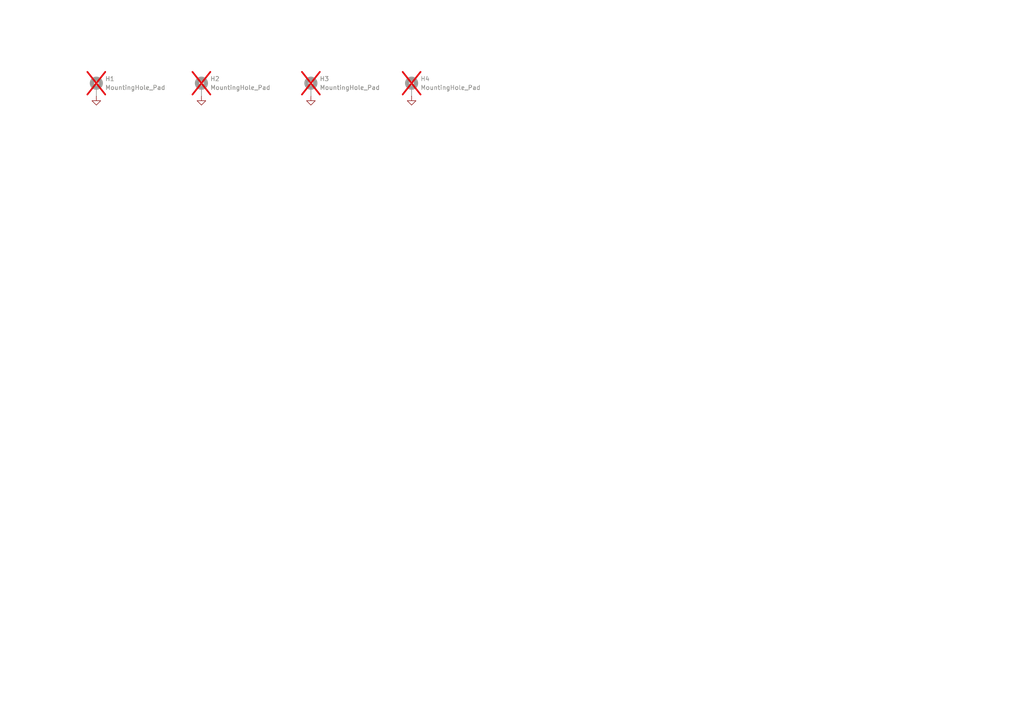
<source format=kicad_sch>
(kicad_sch (version 20231120) (generator "eeschema") (generator_version "8.0")
  (paper "A4")
  (lib_symbols
    (symbol "GND_2" (power) (pin_numbers hide) (pin_names (offset 0) hide)
      (property "Value" "GND" (at 0 -3.81 0))
      (symbol "GND_2_0_1"
        (polyline (pts (xy 0 0) (xy 0 -1.27) (xy 1.27 -1.27) (xy 0 -2.54) (xy -1.27 -1.27) (xy 0 -1.27)))
      )
      (symbol "GND_2_1_1"
        (pin power_in line (at 0 0 270) (length 0) (name "~") (number "1"))
      )
    )
    (symbol "Mechanical:MountingHole_Pad" (pin_numbers hide) (pin_names (offset 1.016) hide)
      (property "Reference" "H" (at 0 6.35 0))
      (property "Value" "MountingHole_Pad" (at 0 4.445 0))
      (symbol "MountingHole_Pad_0_1"
        (circle (center 0 1.27) (radius 1.27) (stroke (width 1.27)))
      )
      (symbol "MountingHole_Pad_1_1"
        (pin input line (at 0 -2.54 90) (length 2.54) (name "1") (number "1"))
      )
    )
  )
  (symbol (lib_id "Mechanical:MountingHole_Pad") (at 58.42 25.4 0) (unit 1) (dnp yes)
    (property "Reference" "H2" (at 60.96 22.86 0) (effects (justify left)))
    (property "Value" "MountingHole_Pad" (at 60.96 25.4 0) (effects (justify left)))
    (property "Footprint" "Project:MountingHole_4.3mm_M4_Pad_Via_Custom" (effects (hide yes)))
    (property "Note" "DNP" (effects (hide yes)))
    (property "Assemby" "Copper pad: no assembly required" (effects (hide yes)))
  )
  (symbol (lib_name "GND_2") (lib_id "power:GND") (at 90.17 27.94 0) (unit 1)
    (property "Reference" "#PWR01150" (effects (hide yes)))
    (property "Value" "GND" (effects (hide yes)))
    (property "Description" "Power symbol creates a global label with name \"GND\" , ground" (effects (hide yes)))
  )
  (symbol (lib_id "Mechanical:MountingHole_Pad") (at 90.17 25.4 0) (unit 1) (dnp yes)
    (property "Reference" "H3" (at 92.71 22.86 0) (effects (justify left)))
    (property "Value" "MountingHole_Pad" (at 92.71 25.4 0) (effects (justify left)))
    (property "Footprint" "Project:MountingHole_4.3mm_M4_Pad_Via_Custom" (effects (hide yes)))
    (property "Note" "DNP" (effects (hide yes)))
    (property "Assemby" "Copper pad: no assembly required" (effects (hide yes)))
  )
  (symbol (lib_id "Mechanical:MountingHole_Pad") (at 27.94 25.4 0) (unit 1) (dnp yes)
    (property "Reference" "H1" (at 30.48 22.86 0) (effects (justify left)))
    (property "Value" "MountingHole_Pad" (at 30.48 25.4 0) (effects (justify left)))
    (property "Footprint" "Project:MountingHole_4.3mm_M4_Pad_Via_Custom" (effects (hide yes)))
    (property "Note" "DNP" (effects (hide yes)))
    (property "Assemby" "Copper pad: no assembly required" (effects (hide yes)))
  )
  (symbol (lib_id "Mechanical:MountingHole_Pad") (at 119.38 25.4 0) (unit 1) (dnp yes)
    (property "Reference" "H4" (at 121.92 22.86 0) (effects (justify left)))
    (property "Value" "MountingHole_Pad" (at 121.92 25.4 0) (effects (justify left)))
    (property "Footprint" "Project:MountingHole_4.3mm_M4_Pad_Via_Custom" (effects (hide yes)))
    (property "Note" "DNP" (effects (hide yes)))
    (property "Assemby" "Copper pad: no assembly required" (effects (hide yes)))
  )
  (symbol (lib_name "GND_2") (lib_id "power:GND") (at 58.42 27.94 0) (unit 1)
    (property "Reference" "#PWR01149" (effects (hide yes)))
    (property "Value" "GND" (effects (hide yes)))
    (property "Description" "Power symbol creates a global label with name \"GND\" , ground" (effects (hide yes)))
  )
  (symbol (lib_name "GND_2") (lib_id "power:GND") (at 119.38 27.94 0) (unit 1)
    (property "Reference" "#PWR01151" (effects (hide yes)))
    (property "Value" "GND" (effects (hide yes)))
    (property "Description" "Power symbol creates a global label with name \"GND\" , ground" (effects (hide yes)))
  )
  (symbol (lib_name "GND_2") (lib_id "power:GND") (at 27.94 27.94 0) (unit 1)
    (property "Reference" "#PWR01148" (effects (hide yes)))
    (property "Value" "GND" (effects (hide yes)))
    (property "Description" "Power symbol creates a global label with name \"GND\" , ground" (effects (hide yes)))
  )
)
</source>
